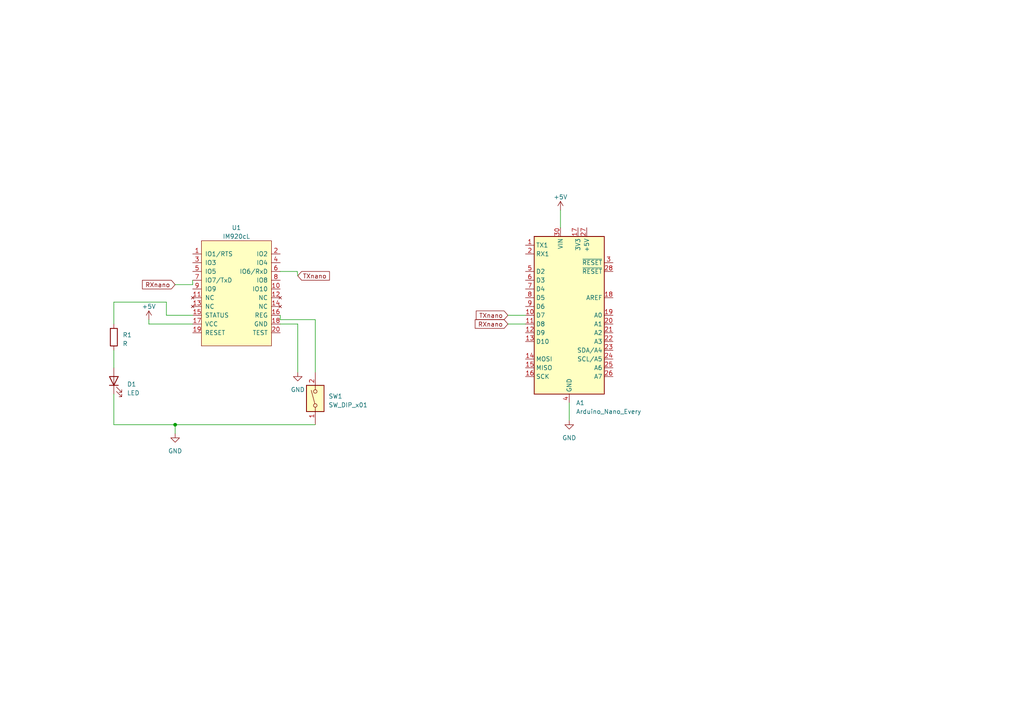
<source format=kicad_sch>
(kicad_sch (version 20230121) (generator eeschema)
  (paper "A4")
  (lib_symbols
    (symbol "Device:LED" (pin_numbers hide) (pin_names (offset 1.016) hide)
      (property "Reference" "D" (at 0 2.54 0))
      (property "Value" "LED" (at 0 -2.54 0))
      (symbol "LED_0_1"
        (polyline (pts (xy -1.27 -1.27) (xy -1.27 1.27)) (stroke (width 0.254)))
        (polyline (pts (xy -1.27 0) (xy 1.27 0)))
        (polyline (pts (xy 1.27 -1.27) (xy 1.27 1.27) (xy -1.27 0) (xy 1.27 -1.27)) (stroke (width 0.254)))
        (polyline (pts (xy -3.048 -0.762) (xy -4.572 -2.286) (xy -3.81 -2.286) (xy -4.572 -2.286) (xy -4.572 -1.524)))
        (polyline (pts (xy -1.778 -0.762) (xy -3.302 -2.286) (xy -2.54 -2.286) (xy -3.302 -2.286) (xy -3.302 -1.524)))
      )
      (symbol "LED_1_1"
        (pin passive line (at -3.81 0 0) (length 2.54) (name "K") (number "1"))
        (pin passive line (at 3.81 0 180) (length 2.54) (name "A") (number "2"))
      )
    )
    (symbol "Device:R" (pin_numbers hide) (pin_names (offset 0))
      (property "Reference" "R" (at 2.032 0 90))
      (property "Value" "R" (at 0 0 90))
      (symbol "R_0_1"
        (rectangle (start -1.016 -2.54) (end 1.016 2.54) (stroke (width 0.254)))
      )
      (symbol "R_1_1"
        (pin passive line (at 0 3.81 270) (length 1.27) (name "~") (number "1"))
        (pin passive line (at 0 -3.81 90) (length 1.27) (name "~") (number "2"))
      )
    )
    (symbol "MCU_Module:Arduino_Nano_Every"
      (property "Reference" "A" (at -10.16 23.495 0))
      (property "Value" "Arduino_Nano_Every" (at 5.08 -24.13 0))
      (symbol "Arduino_Nano_Every_0_1"
        (rectangle (start -10.16 22.86) (end 10.16 -22.86) (stroke (width 0.254)) (fill (type background)))
      )
      (symbol "Arduino_Nano_Every_1_1"
        (pin bidirectional line (at -12.7 20.32 0) (length 2.54) (name "TX1") (number "1"))
        (pin bidirectional line (at -12.7 0 0) (length 2.54) (name "D7") (number "10"))
        (pin bidirectional line (at -12.7 -2.54 0) (length 2.54) (name "D8") (number "11"))
        (pin bidirectional line (at -12.7 -5.08 0) (length 2.54) (name "D9") (number "12"))
        (pin bidirectional line (at -12.7 -7.62 0) (length 2.54) (name "D10") (number "13"))
        (pin bidirectional line (at -12.7 -12.7 0) (length 2.54) (name "MOSI") (number "14"))
        (pin bidirectional line (at -12.7 -15.24 0) (length 2.54) (name "MISO") (number "15"))
        (pin bidirectional line (at -12.7 -17.78 0) (length 2.54) (name "SCK") (number "16"))
        (pin power_out line (at 2.54 25.4 270) (length 2.54) (name "3V3") (number "17"))
        (pin input line (at 12.7 5.08 180) (length 2.54) (name "AREF") (number "18"))
        (pin bidirectional line (at 12.7 0 180) (length 2.54) (name "A0") (number "19"))
        (pin bidirectional line (at -12.7 17.78 0) (length 2.54) (name "RX1") (number "2"))
        (pin bidirectional line (at 12.7 -2.54 180) (length 2.54) (name "A1") (number "20"))
        (pin bidirectional line (at 12.7 -5.08 180) (length 2.54) (name "A2") (number "21"))
        (pin bidirectional line (at 12.7 -7.62 180) (length 2.54) (name "A3") (number "22"))
        (pin bidirectional line (at 12.7 -10.16 180) (length 2.54) (name "SDA/A4") (number "23"))
        (pin bidirectional line (at 12.7 -12.7 180) (length 2.54) (name "SCL/A5") (number "24"))
        (pin bidirectional line (at 12.7 -15.24 180) (length 2.54) (name "A6") (number "25"))
        (pin bidirectional line (at 12.7 -17.78 180) (length 2.54) (name "A7") (number "26"))
        (pin power_out line (at 5.08 25.4 270) (length 2.54) (name "+5V") (number "27"))
        (pin input line (at 12.7 12.7 180) (length 2.54) (name "~{RESET}") (number "28"))
        (pin passive line (at 0 -25.4 90) (length 2.54) hide (name "GND") (number "29"))
        (pin input line (at 12.7 15.24 180) (length 2.54) (name "~{RESET}") (number "3"))
        (pin power_in line (at -2.54 25.4 270) (length 2.54) (name "VIN") (number "30"))
        (pin power_in line (at 0 -25.4 90) (length 2.54) (name "GND") (number "4"))
        (pin bidirectional line (at -12.7 12.7 0) (length 2.54) (name "D2") (number "5"))
        (pin bidirectional line (at -12.7 10.16 0) (length 2.54) (name "D3") (number "6"))
        (pin bidirectional line (at -12.7 7.62 0) (length 2.54) (name "D4") (number "7"))
        (pin bidirectional line (at -12.7 5.08 0) (length 2.54) (name "D5") (number "8"))
        (pin bidirectional line (at -12.7 2.54 0) (length 2.54) (name "D6") (number "9"))
      )
    )
    (symbol "Switch:SW_DIP_x01" (pin_names (offset 0) hide)
      (property "Reference" "SW" (at 0 3.81 0))
      (property "Value" "SW_DIP_x01" (at 0 -3.81 0))
      (symbol "SW_DIP_x01_0_0"
        (circle (center -2.032 0) (radius 0.508))
        (polyline (pts (xy -1.524 0.127) (xy 2.3622 1.1684)))
        (circle (center 2.032 0) (radius 0.508))
      )
      (symbol "SW_DIP_x01_0_1"
        (rectangle (start -3.81 2.54) (end 3.81 -2.54) (stroke (width 0.254)) (fill (type background)))
      )
      (symbol "SW_DIP_x01_1_1"
        (pin passive line (at -7.62 0 0) (length 5.08) (name "~") (number "1"))
        (pin passive line (at 7.62 0 180) (length 5.08) (name "~") (number "2"))
      )
    )
    (symbol "interplan:IM920cL" (pin_names (offset 1.016))
      (property "Reference" "U" (at 0 13.97 0))
      (property "Value" "IM920cL" (at 0 -19.05 0))
      (symbol "IM920cL_0_1"
        (rectangle (start -10.16 12.7) (end 10.16 -17.78) (fill (type background)))
      )
      (symbol "IM920cL_1_1"
        (pin input line (at -12.7 8.89 0) (length 2.54) (name "IO1/RTS") (number "1"))
        (pin input line (at 12.7 -1.27 180) (length 2.54) (name "IO10") (number "10"))
        (pin no_connect line (at -12.7 -3.81 0) (length 2.54) (name "NC") (number "11"))
        (pin no_connect line (at 12.7 -3.81 180) (length 2.54) (name "NC") (number "12"))
        (pin no_connect line (at -12.7 -6.35 0) (length 2.54) (name "NC") (number "13"))
        (pin no_connect line (at 12.7 -6.35 180) (length 2.54) (name "NC") (number "14"))
        (pin input line (at -12.7 -8.89 0) (length 2.54) (name "STATUS") (number "15"))
        (pin input line (at 12.7 -8.89 180) (length 2.54) (name "REG") (number "16"))
        (pin input line (at -12.7 -11.43 0) (length 2.54) (name "VCC") (number "17"))
        (pin input line (at 12.7 -11.43 180) (length 2.54) (name "GND") (number "18"))
        (pin input line (at -12.7 -13.97 0) (length 2.54) (name "RESET") (number "19"))
        (pin input line (at 12.7 8.89 180) (length 2.54) (name "IO2") (number "2"))
        (pin input line (at 12.7 -13.97 180) (length 2.54) (name "TEST") (number "20"))
        (pin input line (at -12.7 6.35 0) (length 2.54) (name "IO3") (number "3"))
        (pin input line (at 12.7 6.35 180) (length 2.54) (name "IO4") (number "4"))
        (pin input line (at -12.7 3.81 0) (length 2.54) (name "IO5") (number "5"))
        (pin input line (at 12.7 3.81 180) (length 2.54) (name "IO6/RxD") (number "6"))
        (pin input line (at -12.7 1.27 0) (length 2.54) (name "IO7/TxD") (number "7"))
        (pin input line (at 12.7 1.27 180) (length 2.54) (name "IO8") (number "8"))
        (pin input line (at -12.7 -1.27 0) (length 2.54) (name "IO9") (number "9"))
      )
    )
    (symbol "power:+5V" (power) (pin_names (offset 0))
      (property "Value" "+5V" (at 0 3.556 0))
      (symbol "+5V_0_1"
        (polyline (pts (xy -0.762 1.27) (xy 0 2.54)))
        (polyline (pts (xy 0 0) (xy 0 2.54)))
        (polyline (pts (xy 0 2.54) (xy 0.762 1.27)))
      )
      (symbol "+5V_1_1"
        (pin power_in line (at 0 0 90) (length 0) hide (name "+5V") (number "1"))
      )
    )
    (symbol "power:GND" (power) (pin_names (offset 0))
      (property "Value" "GND" (at 0 -3.81 0))
      (symbol "GND_0_1"
        (polyline (pts (xy 0 0) (xy 0 -1.27) (xy 1.27 -1.27) (xy 0 -2.54) (xy -1.27 -1.27) (xy 0 -1.27)))
      )
      (symbol "GND_1_1"
        (pin power_in line (at 0 0 270) (length 0) hide (name "GND") (number "1"))
      )
    )
  )
  (junction (at 50.8 123.19))
  (wire (pts (xy 81.28 93.98) (xy 86.36 93.98)))
  (wire (pts (xy 48.26 87.63) (xy 33.02 87.63)))
  (wire (pts (xy 147.32 91.44) (xy 152.4 91.44)))
  (wire (pts (xy 33.02 123.19) (xy 50.8 123.19)))
  (wire (pts (xy 81.28 78.74) (xy 86.2265 78.74)))
  (wire (pts (xy 33.02 114.3) (xy 33.02 123.19)))
  (wire (pts (xy 50.8 82.55) (xy 55.88 82.55)))
  (wire (pts (xy 33.02 101.6) (xy 33.02 106.68)))
  (wire (pts (xy 55.88 93.98) (xy 43.18 93.98)))
  (wire (pts (xy 43.18 92.71) (xy 43.18 93.98)))
  (wire (pts (xy 33.02 87.63) (xy 33.02 93.98)))
  (wire (pts (xy 91.44 92.71) (xy 81.28 92.71)))
  (wire (pts (xy 50.8 123.19) (xy 50.8 125.73)))
  (wire (pts (xy 55.88 81.28) (xy 55.88 82.55)))
  (wire (pts (xy 86.36 93.98) (xy 86.36 107.95)))
  (wire (pts (xy 162.56 60.96) (xy 162.56 66.04)))
  (wire (pts (xy 81.28 92.71) (xy 81.28 91.44)))
  (wire (pts (xy 147.32 93.98) (xy 152.4 93.98)))
  (wire (pts (xy 165.1 116.84) (xy 165.1 121.92)))
  (wire (pts (xy 48.26 91.44) (xy 48.26 87.63)))
  (wire (pts (xy 91.44 107.95) (xy 91.44 92.71)))
  (wire (pts (xy 86.2265 78.74) (xy 86.36 80.01)))
  (wire (pts (xy 91.44 123.19) (xy 50.8 123.19)))
  (wire (pts (xy 55.88 91.44) (xy 48.26 91.44)))
  (global_label "TXnano" (shape input) (at 86.36 80.01 0) (property "Intersheetrefs" "${INTERSHEET_REFS}" (effects hide)))
  (global_label "RXnano" (shape input) (at 50.8 82.55 180) (property "Intersheetrefs" "${INTERSHEET_REFS}" (effects hide)))
  (global_label "TXnano" (shape input) (at 147.32 91.44 180) (property "Intersheetrefs" "${INTERSHEET_REFS}" (effects hide)))
  (global_label "RXnano" (shape input) (at 147.32 93.98 180) (property "Intersheetrefs" "${INTERSHEET_REFS}" (effects hide)))
  (symbol (lib_id "power:GND") (at 165.1 121.92 0) (unit 1)
    (property "Reference" "#PWR03" (effects hide))
    (property "Value" "GND" (at 165.1 127 0))
  )
  (symbol (lib_id "power:GND") (at 86.36 107.95 0) (unit 1)
    (property "Reference" "#PWR04" (effects hide))
    (property "Value" "GND" (at 86.36 113.03 0))
  )
  (symbol (lib_id "MCU_Module:Arduino_Nano_Every") (at 165.1 91.44 0) (unit 1)
    (property "Reference" "A1" (at 167.0559 116.84 0) (effects (justify left)))
    (property "Value" "Arduino_Nano_Every" (at 167.0559 119.38 0) (effects (justify left)))
    (property "Footprint" "Module:Arduino_Nano" (effects hide))
    (property "Datasheet" "https://content.arduino.cc/assets/NANOEveryV3.0_sch.pdf" (effects hide))
  )
  (symbol (lib_id "power:+5V") (at 162.56 60.96 0) (unit 1)
    (property "Reference" "#PWR02" (effects hide))
    (property "Value" "+5V" (at 162.56 57.15 0))
  )
  (symbol (lib_id "interplan:IM920cL") (at 68.58 82.55 0) (unit 1)
    (property "Reference" "U1" (at 68.58 66.04 0))
    (property "Value" "IM920cL" (at 68.58 68.58 0))
    (property "Footprint" "interplan:IM920c-ADP_1" (effects hide))
  )
  (symbol (lib_id "power:+5V") (at 43.18 92.71 0) (unit 1)
    (property "Reference" "#PWR01" (effects hide))
    (property "Value" "+5V" (at 43.18 88.9 0))
  )
  (symbol (lib_id "power:GND") (at 50.8 125.73 0) (unit 1)
    (property "Reference" "#PWR05" (effects hide))
    (property "Value" "GND" (at 50.8 130.81 0))
  )
  (symbol (lib_id "Device:R") (at 33.02 97.79 0) (unit 1)
    (property "Reference" "R1" (at 35.56 97.155 0) (effects (justify left)))
    (property "Value" "R" (at 35.56 99.695 0) (effects (justify left)))
    (property "Footprint" "Resistor_THT:R_Axial_DIN0204_L3.6mm_D1.6mm_P1.90mm_Vertical" (effects hide))
  )
  (symbol (lib_id "Device:LED") (at 33.02 110.49 90) (unit 1)
    (property "Reference" "D1" (at 36.83 111.4425 90) (effects (justify right)))
    (property "Value" "LED" (at 36.83 113.9825 90) (effects (justify right)))
    (property "Footprint" "LED_THT:LED_D3.0mm" (effects hide))
  )
  (symbol (lib_id "Switch:SW_DIP_x01") (at 91.44 115.57 90) (unit 1)
    (property "Reference" "SW1" (at 95.25 114.935 90) (effects (justify right)))
    (property "Value" "SW_DIP_x01" (at 95.25 117.475 90) (effects (justify right)))
    (property "Footprint" "Button_Switch_THT:SW_PUSH-12mm" (effects hide))
  )
)
</source>
